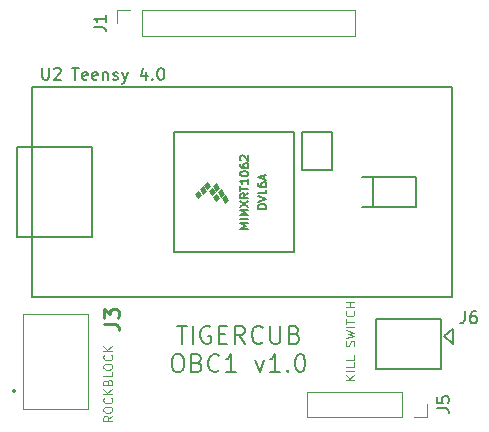
<source format=gbr>
%TF.GenerationSoftware,KiCad,Pcbnew,7.0.10*%
%TF.CreationDate,2024-03-12T14:45:01-04:00*%
%TF.ProjectId,obc,6f62632e-6b69-4636-9164-5f7063625858,rev?*%
%TF.SameCoordinates,Original*%
%TF.FileFunction,Legend,Top*%
%TF.FilePolarity,Positive*%
%FSLAX46Y46*%
G04 Gerber Fmt 4.6, Leading zero omitted, Abs format (unit mm)*
G04 Created by KiCad (PCBNEW 7.0.10) date 2024-03-12 14:45:01*
%MOMM*%
%LPD*%
G01*
G04 APERTURE LIST*
%ADD10C,0.100000*%
%ADD11C,0.200000*%
%ADD12C,0.150000*%
%ADD13C,0.254000*%
%ADD14C,0.120000*%
%ADD15C,0.127000*%
G04 APERTURE END LIST*
D10*
X60503014Y-85277068D02*
X60145871Y-85527068D01*
X60503014Y-85705639D02*
X59753014Y-85705639D01*
X59753014Y-85705639D02*
X59753014Y-85419925D01*
X59753014Y-85419925D02*
X59788728Y-85348496D01*
X59788728Y-85348496D02*
X59824442Y-85312782D01*
X59824442Y-85312782D02*
X59895871Y-85277068D01*
X59895871Y-85277068D02*
X60003014Y-85277068D01*
X60003014Y-85277068D02*
X60074442Y-85312782D01*
X60074442Y-85312782D02*
X60110157Y-85348496D01*
X60110157Y-85348496D02*
X60145871Y-85419925D01*
X60145871Y-85419925D02*
X60145871Y-85705639D01*
X59753014Y-84812782D02*
X59753014Y-84669925D01*
X59753014Y-84669925D02*
X59788728Y-84598496D01*
X59788728Y-84598496D02*
X59860157Y-84527068D01*
X59860157Y-84527068D02*
X60003014Y-84491353D01*
X60003014Y-84491353D02*
X60253014Y-84491353D01*
X60253014Y-84491353D02*
X60395871Y-84527068D01*
X60395871Y-84527068D02*
X60467300Y-84598496D01*
X60467300Y-84598496D02*
X60503014Y-84669925D01*
X60503014Y-84669925D02*
X60503014Y-84812782D01*
X60503014Y-84812782D02*
X60467300Y-84884211D01*
X60467300Y-84884211D02*
X60395871Y-84955639D01*
X60395871Y-84955639D02*
X60253014Y-84991353D01*
X60253014Y-84991353D02*
X60003014Y-84991353D01*
X60003014Y-84991353D02*
X59860157Y-84955639D01*
X59860157Y-84955639D02*
X59788728Y-84884211D01*
X59788728Y-84884211D02*
X59753014Y-84812782D01*
X60431585Y-83741354D02*
X60467300Y-83777068D01*
X60467300Y-83777068D02*
X60503014Y-83884211D01*
X60503014Y-83884211D02*
X60503014Y-83955639D01*
X60503014Y-83955639D02*
X60467300Y-84062782D01*
X60467300Y-84062782D02*
X60395871Y-84134211D01*
X60395871Y-84134211D02*
X60324442Y-84169925D01*
X60324442Y-84169925D02*
X60181585Y-84205639D01*
X60181585Y-84205639D02*
X60074442Y-84205639D01*
X60074442Y-84205639D02*
X59931585Y-84169925D01*
X59931585Y-84169925D02*
X59860157Y-84134211D01*
X59860157Y-84134211D02*
X59788728Y-84062782D01*
X59788728Y-84062782D02*
X59753014Y-83955639D01*
X59753014Y-83955639D02*
X59753014Y-83884211D01*
X59753014Y-83884211D02*
X59788728Y-83777068D01*
X59788728Y-83777068D02*
X59824442Y-83741354D01*
X60503014Y-83419925D02*
X59753014Y-83419925D01*
X60503014Y-82991354D02*
X60074442Y-83312782D01*
X59753014Y-82991354D02*
X60181585Y-83419925D01*
X60110157Y-82419925D02*
X60145871Y-82312782D01*
X60145871Y-82312782D02*
X60181585Y-82277068D01*
X60181585Y-82277068D02*
X60253014Y-82241354D01*
X60253014Y-82241354D02*
X60360157Y-82241354D01*
X60360157Y-82241354D02*
X60431585Y-82277068D01*
X60431585Y-82277068D02*
X60467300Y-82312782D01*
X60467300Y-82312782D02*
X60503014Y-82384211D01*
X60503014Y-82384211D02*
X60503014Y-82669925D01*
X60503014Y-82669925D02*
X59753014Y-82669925D01*
X59753014Y-82669925D02*
X59753014Y-82419925D01*
X59753014Y-82419925D02*
X59788728Y-82348497D01*
X59788728Y-82348497D02*
X59824442Y-82312782D01*
X59824442Y-82312782D02*
X59895871Y-82277068D01*
X59895871Y-82277068D02*
X59967300Y-82277068D01*
X59967300Y-82277068D02*
X60038728Y-82312782D01*
X60038728Y-82312782D02*
X60074442Y-82348497D01*
X60074442Y-82348497D02*
X60110157Y-82419925D01*
X60110157Y-82419925D02*
X60110157Y-82669925D01*
X60503014Y-81562782D02*
X60503014Y-81919925D01*
X60503014Y-81919925D02*
X59753014Y-81919925D01*
X59753014Y-81169925D02*
X59753014Y-81027068D01*
X59753014Y-81027068D02*
X59788728Y-80955639D01*
X59788728Y-80955639D02*
X59860157Y-80884211D01*
X59860157Y-80884211D02*
X60003014Y-80848496D01*
X60003014Y-80848496D02*
X60253014Y-80848496D01*
X60253014Y-80848496D02*
X60395871Y-80884211D01*
X60395871Y-80884211D02*
X60467300Y-80955639D01*
X60467300Y-80955639D02*
X60503014Y-81027068D01*
X60503014Y-81027068D02*
X60503014Y-81169925D01*
X60503014Y-81169925D02*
X60467300Y-81241354D01*
X60467300Y-81241354D02*
X60395871Y-81312782D01*
X60395871Y-81312782D02*
X60253014Y-81348496D01*
X60253014Y-81348496D02*
X60003014Y-81348496D01*
X60003014Y-81348496D02*
X59860157Y-81312782D01*
X59860157Y-81312782D02*
X59788728Y-81241354D01*
X59788728Y-81241354D02*
X59753014Y-81169925D01*
X60431585Y-80098497D02*
X60467300Y-80134211D01*
X60467300Y-80134211D02*
X60503014Y-80241354D01*
X60503014Y-80241354D02*
X60503014Y-80312782D01*
X60503014Y-80312782D02*
X60467300Y-80419925D01*
X60467300Y-80419925D02*
X60395871Y-80491354D01*
X60395871Y-80491354D02*
X60324442Y-80527068D01*
X60324442Y-80527068D02*
X60181585Y-80562782D01*
X60181585Y-80562782D02*
X60074442Y-80562782D01*
X60074442Y-80562782D02*
X59931585Y-80527068D01*
X59931585Y-80527068D02*
X59860157Y-80491354D01*
X59860157Y-80491354D02*
X59788728Y-80419925D01*
X59788728Y-80419925D02*
X59753014Y-80312782D01*
X59753014Y-80312782D02*
X59753014Y-80241354D01*
X59753014Y-80241354D02*
X59788728Y-80134211D01*
X59788728Y-80134211D02*
X59824442Y-80098497D01*
X60503014Y-79777068D02*
X59753014Y-79777068D01*
X60503014Y-79348497D02*
X60074442Y-79669925D01*
X59753014Y-79348497D02*
X60181585Y-79777068D01*
D11*
X65950000Y-77641028D02*
X66807143Y-77641028D01*
X66378571Y-79141028D02*
X66378571Y-77641028D01*
X67307142Y-79141028D02*
X67307142Y-77641028D01*
X68807143Y-77712457D02*
X68664286Y-77641028D01*
X68664286Y-77641028D02*
X68450000Y-77641028D01*
X68450000Y-77641028D02*
X68235714Y-77712457D01*
X68235714Y-77712457D02*
X68092857Y-77855314D01*
X68092857Y-77855314D02*
X68021428Y-77998171D01*
X68021428Y-77998171D02*
X67950000Y-78283885D01*
X67950000Y-78283885D02*
X67950000Y-78498171D01*
X67950000Y-78498171D02*
X68021428Y-78783885D01*
X68021428Y-78783885D02*
X68092857Y-78926742D01*
X68092857Y-78926742D02*
X68235714Y-79069600D01*
X68235714Y-79069600D02*
X68450000Y-79141028D01*
X68450000Y-79141028D02*
X68592857Y-79141028D01*
X68592857Y-79141028D02*
X68807143Y-79069600D01*
X68807143Y-79069600D02*
X68878571Y-78998171D01*
X68878571Y-78998171D02*
X68878571Y-78498171D01*
X68878571Y-78498171D02*
X68592857Y-78498171D01*
X69521428Y-78355314D02*
X70021428Y-78355314D01*
X70235714Y-79141028D02*
X69521428Y-79141028D01*
X69521428Y-79141028D02*
X69521428Y-77641028D01*
X69521428Y-77641028D02*
X70235714Y-77641028D01*
X71735714Y-79141028D02*
X71235714Y-78426742D01*
X70878571Y-79141028D02*
X70878571Y-77641028D01*
X70878571Y-77641028D02*
X71450000Y-77641028D01*
X71450000Y-77641028D02*
X71592857Y-77712457D01*
X71592857Y-77712457D02*
X71664286Y-77783885D01*
X71664286Y-77783885D02*
X71735714Y-77926742D01*
X71735714Y-77926742D02*
X71735714Y-78141028D01*
X71735714Y-78141028D02*
X71664286Y-78283885D01*
X71664286Y-78283885D02*
X71592857Y-78355314D01*
X71592857Y-78355314D02*
X71450000Y-78426742D01*
X71450000Y-78426742D02*
X70878571Y-78426742D01*
X73235714Y-78998171D02*
X73164286Y-79069600D01*
X73164286Y-79069600D02*
X72950000Y-79141028D01*
X72950000Y-79141028D02*
X72807143Y-79141028D01*
X72807143Y-79141028D02*
X72592857Y-79069600D01*
X72592857Y-79069600D02*
X72450000Y-78926742D01*
X72450000Y-78926742D02*
X72378571Y-78783885D01*
X72378571Y-78783885D02*
X72307143Y-78498171D01*
X72307143Y-78498171D02*
X72307143Y-78283885D01*
X72307143Y-78283885D02*
X72378571Y-77998171D01*
X72378571Y-77998171D02*
X72450000Y-77855314D01*
X72450000Y-77855314D02*
X72592857Y-77712457D01*
X72592857Y-77712457D02*
X72807143Y-77641028D01*
X72807143Y-77641028D02*
X72950000Y-77641028D01*
X72950000Y-77641028D02*
X73164286Y-77712457D01*
X73164286Y-77712457D02*
X73235714Y-77783885D01*
X73878571Y-77641028D02*
X73878571Y-78855314D01*
X73878571Y-78855314D02*
X73950000Y-78998171D01*
X73950000Y-78998171D02*
X74021429Y-79069600D01*
X74021429Y-79069600D02*
X74164286Y-79141028D01*
X74164286Y-79141028D02*
X74450000Y-79141028D01*
X74450000Y-79141028D02*
X74592857Y-79069600D01*
X74592857Y-79069600D02*
X74664286Y-78998171D01*
X74664286Y-78998171D02*
X74735714Y-78855314D01*
X74735714Y-78855314D02*
X74735714Y-77641028D01*
X75950000Y-78355314D02*
X76164286Y-78426742D01*
X76164286Y-78426742D02*
X76235715Y-78498171D01*
X76235715Y-78498171D02*
X76307143Y-78641028D01*
X76307143Y-78641028D02*
X76307143Y-78855314D01*
X76307143Y-78855314D02*
X76235715Y-78998171D01*
X76235715Y-78998171D02*
X76164286Y-79069600D01*
X76164286Y-79069600D02*
X76021429Y-79141028D01*
X76021429Y-79141028D02*
X75450000Y-79141028D01*
X75450000Y-79141028D02*
X75450000Y-77641028D01*
X75450000Y-77641028D02*
X75950000Y-77641028D01*
X75950000Y-77641028D02*
X76092858Y-77712457D01*
X76092858Y-77712457D02*
X76164286Y-77783885D01*
X76164286Y-77783885D02*
X76235715Y-77926742D01*
X76235715Y-77926742D02*
X76235715Y-78069600D01*
X76235715Y-78069600D02*
X76164286Y-78212457D01*
X76164286Y-78212457D02*
X76092858Y-78283885D01*
X76092858Y-78283885D02*
X75950000Y-78355314D01*
X75950000Y-78355314D02*
X75450000Y-78355314D01*
X65914286Y-80056028D02*
X66200000Y-80056028D01*
X66200000Y-80056028D02*
X66342857Y-80127457D01*
X66342857Y-80127457D02*
X66485714Y-80270314D01*
X66485714Y-80270314D02*
X66557143Y-80556028D01*
X66557143Y-80556028D02*
X66557143Y-81056028D01*
X66557143Y-81056028D02*
X66485714Y-81341742D01*
X66485714Y-81341742D02*
X66342857Y-81484600D01*
X66342857Y-81484600D02*
X66200000Y-81556028D01*
X66200000Y-81556028D02*
X65914286Y-81556028D01*
X65914286Y-81556028D02*
X65771429Y-81484600D01*
X65771429Y-81484600D02*
X65628571Y-81341742D01*
X65628571Y-81341742D02*
X65557143Y-81056028D01*
X65557143Y-81056028D02*
X65557143Y-80556028D01*
X65557143Y-80556028D02*
X65628571Y-80270314D01*
X65628571Y-80270314D02*
X65771429Y-80127457D01*
X65771429Y-80127457D02*
X65914286Y-80056028D01*
X67700000Y-80770314D02*
X67914286Y-80841742D01*
X67914286Y-80841742D02*
X67985715Y-80913171D01*
X67985715Y-80913171D02*
X68057143Y-81056028D01*
X68057143Y-81056028D02*
X68057143Y-81270314D01*
X68057143Y-81270314D02*
X67985715Y-81413171D01*
X67985715Y-81413171D02*
X67914286Y-81484600D01*
X67914286Y-81484600D02*
X67771429Y-81556028D01*
X67771429Y-81556028D02*
X67200000Y-81556028D01*
X67200000Y-81556028D02*
X67200000Y-80056028D01*
X67200000Y-80056028D02*
X67700000Y-80056028D01*
X67700000Y-80056028D02*
X67842858Y-80127457D01*
X67842858Y-80127457D02*
X67914286Y-80198885D01*
X67914286Y-80198885D02*
X67985715Y-80341742D01*
X67985715Y-80341742D02*
X67985715Y-80484600D01*
X67985715Y-80484600D02*
X67914286Y-80627457D01*
X67914286Y-80627457D02*
X67842858Y-80698885D01*
X67842858Y-80698885D02*
X67700000Y-80770314D01*
X67700000Y-80770314D02*
X67200000Y-80770314D01*
X69557143Y-81413171D02*
X69485715Y-81484600D01*
X69485715Y-81484600D02*
X69271429Y-81556028D01*
X69271429Y-81556028D02*
X69128572Y-81556028D01*
X69128572Y-81556028D02*
X68914286Y-81484600D01*
X68914286Y-81484600D02*
X68771429Y-81341742D01*
X68771429Y-81341742D02*
X68700000Y-81198885D01*
X68700000Y-81198885D02*
X68628572Y-80913171D01*
X68628572Y-80913171D02*
X68628572Y-80698885D01*
X68628572Y-80698885D02*
X68700000Y-80413171D01*
X68700000Y-80413171D02*
X68771429Y-80270314D01*
X68771429Y-80270314D02*
X68914286Y-80127457D01*
X68914286Y-80127457D02*
X69128572Y-80056028D01*
X69128572Y-80056028D02*
X69271429Y-80056028D01*
X69271429Y-80056028D02*
X69485715Y-80127457D01*
X69485715Y-80127457D02*
X69557143Y-80198885D01*
X70985715Y-81556028D02*
X70128572Y-81556028D01*
X70557143Y-81556028D02*
X70557143Y-80056028D01*
X70557143Y-80056028D02*
X70414286Y-80270314D01*
X70414286Y-80270314D02*
X70271429Y-80413171D01*
X70271429Y-80413171D02*
X70128572Y-80484600D01*
X72628571Y-80556028D02*
X72985714Y-81556028D01*
X72985714Y-81556028D02*
X73342857Y-80556028D01*
X74700000Y-81556028D02*
X73842857Y-81556028D01*
X74271428Y-81556028D02*
X74271428Y-80056028D01*
X74271428Y-80056028D02*
X74128571Y-80270314D01*
X74128571Y-80270314D02*
X73985714Y-80413171D01*
X73985714Y-80413171D02*
X73842857Y-80484600D01*
X75342856Y-81413171D02*
X75414285Y-81484600D01*
X75414285Y-81484600D02*
X75342856Y-81556028D01*
X75342856Y-81556028D02*
X75271428Y-81484600D01*
X75271428Y-81484600D02*
X75342856Y-81413171D01*
X75342856Y-81413171D02*
X75342856Y-81556028D01*
X76342857Y-80056028D02*
X76485714Y-80056028D01*
X76485714Y-80056028D02*
X76628571Y-80127457D01*
X76628571Y-80127457D02*
X76700000Y-80198885D01*
X76700000Y-80198885D02*
X76771428Y-80341742D01*
X76771428Y-80341742D02*
X76842857Y-80627457D01*
X76842857Y-80627457D02*
X76842857Y-80984600D01*
X76842857Y-80984600D02*
X76771428Y-81270314D01*
X76771428Y-81270314D02*
X76700000Y-81413171D01*
X76700000Y-81413171D02*
X76628571Y-81484600D01*
X76628571Y-81484600D02*
X76485714Y-81556028D01*
X76485714Y-81556028D02*
X76342857Y-81556028D01*
X76342857Y-81556028D02*
X76200000Y-81484600D01*
X76200000Y-81484600D02*
X76128571Y-81413171D01*
X76128571Y-81413171D02*
X76057142Y-81270314D01*
X76057142Y-81270314D02*
X75985714Y-80984600D01*
X75985714Y-80984600D02*
X75985714Y-80627457D01*
X75985714Y-80627457D02*
X76057142Y-80341742D01*
X76057142Y-80341742D02*
X76128571Y-80198885D01*
X76128571Y-80198885D02*
X76200000Y-80127457D01*
X76200000Y-80127457D02*
X76342857Y-80056028D01*
D12*
X57093922Y-55819819D02*
X57665350Y-55819819D01*
X57379636Y-56819819D02*
X57379636Y-55819819D01*
X58379636Y-56772200D02*
X58284398Y-56819819D01*
X58284398Y-56819819D02*
X58093922Y-56819819D01*
X58093922Y-56819819D02*
X57998684Y-56772200D01*
X57998684Y-56772200D02*
X57951065Y-56676961D01*
X57951065Y-56676961D02*
X57951065Y-56296009D01*
X57951065Y-56296009D02*
X57998684Y-56200771D01*
X57998684Y-56200771D02*
X58093922Y-56153152D01*
X58093922Y-56153152D02*
X58284398Y-56153152D01*
X58284398Y-56153152D02*
X58379636Y-56200771D01*
X58379636Y-56200771D02*
X58427255Y-56296009D01*
X58427255Y-56296009D02*
X58427255Y-56391247D01*
X58427255Y-56391247D02*
X57951065Y-56486485D01*
X59236779Y-56772200D02*
X59141541Y-56819819D01*
X59141541Y-56819819D02*
X58951065Y-56819819D01*
X58951065Y-56819819D02*
X58855827Y-56772200D01*
X58855827Y-56772200D02*
X58808208Y-56676961D01*
X58808208Y-56676961D02*
X58808208Y-56296009D01*
X58808208Y-56296009D02*
X58855827Y-56200771D01*
X58855827Y-56200771D02*
X58951065Y-56153152D01*
X58951065Y-56153152D02*
X59141541Y-56153152D01*
X59141541Y-56153152D02*
X59236779Y-56200771D01*
X59236779Y-56200771D02*
X59284398Y-56296009D01*
X59284398Y-56296009D02*
X59284398Y-56391247D01*
X59284398Y-56391247D02*
X58808208Y-56486485D01*
X59712970Y-56153152D02*
X59712970Y-56819819D01*
X59712970Y-56248390D02*
X59760589Y-56200771D01*
X59760589Y-56200771D02*
X59855827Y-56153152D01*
X59855827Y-56153152D02*
X59998684Y-56153152D01*
X59998684Y-56153152D02*
X60093922Y-56200771D01*
X60093922Y-56200771D02*
X60141541Y-56296009D01*
X60141541Y-56296009D02*
X60141541Y-56819819D01*
X60570113Y-56772200D02*
X60665351Y-56819819D01*
X60665351Y-56819819D02*
X60855827Y-56819819D01*
X60855827Y-56819819D02*
X60951065Y-56772200D01*
X60951065Y-56772200D02*
X60998684Y-56676961D01*
X60998684Y-56676961D02*
X60998684Y-56629342D01*
X60998684Y-56629342D02*
X60951065Y-56534104D01*
X60951065Y-56534104D02*
X60855827Y-56486485D01*
X60855827Y-56486485D02*
X60712970Y-56486485D01*
X60712970Y-56486485D02*
X60617732Y-56438866D01*
X60617732Y-56438866D02*
X60570113Y-56343628D01*
X60570113Y-56343628D02*
X60570113Y-56296009D01*
X60570113Y-56296009D02*
X60617732Y-56200771D01*
X60617732Y-56200771D02*
X60712970Y-56153152D01*
X60712970Y-56153152D02*
X60855827Y-56153152D01*
X60855827Y-56153152D02*
X60951065Y-56200771D01*
X61332018Y-56153152D02*
X61570113Y-56819819D01*
X61808208Y-56153152D02*
X61570113Y-56819819D01*
X61570113Y-56819819D02*
X61474875Y-57057914D01*
X61474875Y-57057914D02*
X61427256Y-57105533D01*
X61427256Y-57105533D02*
X61332018Y-57153152D01*
X63379637Y-56153152D02*
X63379637Y-56819819D01*
X63141542Y-55772200D02*
X62903447Y-56486485D01*
X62903447Y-56486485D02*
X63522494Y-56486485D01*
X63903447Y-56724580D02*
X63951066Y-56772200D01*
X63951066Y-56772200D02*
X63903447Y-56819819D01*
X63903447Y-56819819D02*
X63855828Y-56772200D01*
X63855828Y-56772200D02*
X63903447Y-56724580D01*
X63903447Y-56724580D02*
X63903447Y-56819819D01*
X64570113Y-55819819D02*
X64665351Y-55819819D01*
X64665351Y-55819819D02*
X64760589Y-55867438D01*
X64760589Y-55867438D02*
X64808208Y-55915057D01*
X64808208Y-55915057D02*
X64855827Y-56010295D01*
X64855827Y-56010295D02*
X64903446Y-56200771D01*
X64903446Y-56200771D02*
X64903446Y-56438866D01*
X64903446Y-56438866D02*
X64855827Y-56629342D01*
X64855827Y-56629342D02*
X64808208Y-56724580D01*
X64808208Y-56724580D02*
X64760589Y-56772200D01*
X64760589Y-56772200D02*
X64665351Y-56819819D01*
X64665351Y-56819819D02*
X64570113Y-56819819D01*
X64570113Y-56819819D02*
X64474875Y-56772200D01*
X64474875Y-56772200D02*
X64427256Y-56724580D01*
X64427256Y-56724580D02*
X64379637Y-56629342D01*
X64379637Y-56629342D02*
X64332018Y-56438866D01*
X64332018Y-56438866D02*
X64332018Y-56200771D01*
X64332018Y-56200771D02*
X64379637Y-56010295D01*
X64379637Y-56010295D02*
X64427256Y-55915057D01*
X64427256Y-55915057D02*
X64474875Y-55867438D01*
X64474875Y-55867438D02*
X64570113Y-55819819D01*
D10*
X81003014Y-82205639D02*
X80253014Y-82205639D01*
X81003014Y-81777068D02*
X80574442Y-82098496D01*
X80253014Y-81777068D02*
X80681585Y-82205639D01*
X81003014Y-81455639D02*
X80253014Y-81455639D01*
X81003014Y-80741353D02*
X81003014Y-81098496D01*
X81003014Y-81098496D02*
X80253014Y-81098496D01*
X81003014Y-80134210D02*
X81003014Y-80491353D01*
X81003014Y-80491353D02*
X80253014Y-80491353D01*
X80967300Y-79348495D02*
X81003014Y-79241353D01*
X81003014Y-79241353D02*
X81003014Y-79062781D01*
X81003014Y-79062781D02*
X80967300Y-78991353D01*
X80967300Y-78991353D02*
X80931585Y-78955638D01*
X80931585Y-78955638D02*
X80860157Y-78919924D01*
X80860157Y-78919924D02*
X80788728Y-78919924D01*
X80788728Y-78919924D02*
X80717300Y-78955638D01*
X80717300Y-78955638D02*
X80681585Y-78991353D01*
X80681585Y-78991353D02*
X80645871Y-79062781D01*
X80645871Y-79062781D02*
X80610157Y-79205638D01*
X80610157Y-79205638D02*
X80574442Y-79277067D01*
X80574442Y-79277067D02*
X80538728Y-79312781D01*
X80538728Y-79312781D02*
X80467300Y-79348495D01*
X80467300Y-79348495D02*
X80395871Y-79348495D01*
X80395871Y-79348495D02*
X80324442Y-79312781D01*
X80324442Y-79312781D02*
X80288728Y-79277067D01*
X80288728Y-79277067D02*
X80253014Y-79205638D01*
X80253014Y-79205638D02*
X80253014Y-79027067D01*
X80253014Y-79027067D02*
X80288728Y-78919924D01*
X80253014Y-78669924D02*
X81003014Y-78491352D01*
X81003014Y-78491352D02*
X80467300Y-78348495D01*
X80467300Y-78348495D02*
X81003014Y-78205638D01*
X81003014Y-78205638D02*
X80253014Y-78027067D01*
X81003014Y-77741352D02*
X80253014Y-77741352D01*
X80253014Y-77491352D02*
X80253014Y-77062781D01*
X81003014Y-77277066D02*
X80253014Y-77277066D01*
X80931585Y-76384209D02*
X80967300Y-76419923D01*
X80967300Y-76419923D02*
X81003014Y-76527066D01*
X81003014Y-76527066D02*
X81003014Y-76598494D01*
X81003014Y-76598494D02*
X80967300Y-76705637D01*
X80967300Y-76705637D02*
X80895871Y-76777066D01*
X80895871Y-76777066D02*
X80824442Y-76812780D01*
X80824442Y-76812780D02*
X80681585Y-76848494D01*
X80681585Y-76848494D02*
X80574442Y-76848494D01*
X80574442Y-76848494D02*
X80431585Y-76812780D01*
X80431585Y-76812780D02*
X80360157Y-76777066D01*
X80360157Y-76777066D02*
X80288728Y-76705637D01*
X80288728Y-76705637D02*
X80253014Y-76598494D01*
X80253014Y-76598494D02*
X80253014Y-76527066D01*
X80253014Y-76527066D02*
X80288728Y-76419923D01*
X80288728Y-76419923D02*
X80324442Y-76384209D01*
X81003014Y-76062780D02*
X80253014Y-76062780D01*
X80610157Y-76062780D02*
X80610157Y-75634209D01*
X81003014Y-75634209D02*
X80253014Y-75634209D01*
D12*
X58954819Y-52333333D02*
X59669104Y-52333333D01*
X59669104Y-52333333D02*
X59811961Y-52380952D01*
X59811961Y-52380952D02*
X59907200Y-52476190D01*
X59907200Y-52476190D02*
X59954819Y-52619047D01*
X59954819Y-52619047D02*
X59954819Y-52714285D01*
X59954819Y-51333333D02*
X59954819Y-51904761D01*
X59954819Y-51619047D02*
X58954819Y-51619047D01*
X58954819Y-51619047D02*
X59097676Y-51714285D01*
X59097676Y-51714285D02*
X59192914Y-51809523D01*
X59192914Y-51809523D02*
X59240533Y-51904761D01*
D13*
X59804318Y-77473332D02*
X60711461Y-77473332D01*
X60711461Y-77473332D02*
X60892889Y-77533809D01*
X60892889Y-77533809D02*
X61013842Y-77654761D01*
X61013842Y-77654761D02*
X61074318Y-77836190D01*
X61074318Y-77836190D02*
X61074318Y-77957142D01*
X59804318Y-76989523D02*
X59804318Y-76203332D01*
X59804318Y-76203332D02*
X60288127Y-76626666D01*
X60288127Y-76626666D02*
X60288127Y-76445237D01*
X60288127Y-76445237D02*
X60348603Y-76324285D01*
X60348603Y-76324285D02*
X60409080Y-76263809D01*
X60409080Y-76263809D02*
X60530032Y-76203332D01*
X60530032Y-76203332D02*
X60832413Y-76203332D01*
X60832413Y-76203332D02*
X60953365Y-76263809D01*
X60953365Y-76263809D02*
X61013842Y-76324285D01*
X61013842Y-76324285D02*
X61074318Y-76445237D01*
X61074318Y-76445237D02*
X61074318Y-76808094D01*
X61074318Y-76808094D02*
X61013842Y-76929047D01*
X61013842Y-76929047D02*
X60953365Y-76989523D01*
D12*
X88004819Y-84608333D02*
X88719104Y-84608333D01*
X88719104Y-84608333D02*
X88861961Y-84655952D01*
X88861961Y-84655952D02*
X88957200Y-84751190D01*
X88957200Y-84751190D02*
X89004819Y-84894047D01*
X89004819Y-84894047D02*
X89004819Y-84989285D01*
X88004819Y-83655952D02*
X88004819Y-84132142D01*
X88004819Y-84132142D02*
X88481009Y-84179761D01*
X88481009Y-84179761D02*
X88433390Y-84132142D01*
X88433390Y-84132142D02*
X88385771Y-84036904D01*
X88385771Y-84036904D02*
X88385771Y-83798809D01*
X88385771Y-83798809D02*
X88433390Y-83703571D01*
X88433390Y-83703571D02*
X88481009Y-83655952D01*
X88481009Y-83655952D02*
X88576247Y-83608333D01*
X88576247Y-83608333D02*
X88814342Y-83608333D01*
X88814342Y-83608333D02*
X88909580Y-83655952D01*
X88909580Y-83655952D02*
X88957200Y-83703571D01*
X88957200Y-83703571D02*
X89004819Y-83798809D01*
X89004819Y-83798809D02*
X89004819Y-84036904D01*
X89004819Y-84036904D02*
X88957200Y-84132142D01*
X88957200Y-84132142D02*
X88909580Y-84179761D01*
X90366666Y-76404819D02*
X90366666Y-77119104D01*
X90366666Y-77119104D02*
X90319047Y-77261961D01*
X90319047Y-77261961D02*
X90223809Y-77357200D01*
X90223809Y-77357200D02*
X90080952Y-77404819D01*
X90080952Y-77404819D02*
X89985714Y-77404819D01*
X91271428Y-76404819D02*
X91080952Y-76404819D01*
X91080952Y-76404819D02*
X90985714Y-76452438D01*
X90985714Y-76452438D02*
X90938095Y-76500057D01*
X90938095Y-76500057D02*
X90842857Y-76642914D01*
X90842857Y-76642914D02*
X90795238Y-76833390D01*
X90795238Y-76833390D02*
X90795238Y-77214342D01*
X90795238Y-77214342D02*
X90842857Y-77309580D01*
X90842857Y-77309580D02*
X90890476Y-77357200D01*
X90890476Y-77357200D02*
X90985714Y-77404819D01*
X90985714Y-77404819D02*
X91176190Y-77404819D01*
X91176190Y-77404819D02*
X91271428Y-77357200D01*
X91271428Y-77357200D02*
X91319047Y-77309580D01*
X91319047Y-77309580D02*
X91366666Y-77214342D01*
X91366666Y-77214342D02*
X91366666Y-76976247D01*
X91366666Y-76976247D02*
X91319047Y-76881009D01*
X91319047Y-76881009D02*
X91271428Y-76833390D01*
X91271428Y-76833390D02*
X91176190Y-76785771D01*
X91176190Y-76785771D02*
X90985714Y-76785771D01*
X90985714Y-76785771D02*
X90890476Y-76833390D01*
X90890476Y-76833390D02*
X90842857Y-76881009D01*
X90842857Y-76881009D02*
X90795238Y-76976247D01*
X54578095Y-55784819D02*
X54578095Y-56594342D01*
X54578095Y-56594342D02*
X54625714Y-56689580D01*
X54625714Y-56689580D02*
X54673333Y-56737200D01*
X54673333Y-56737200D02*
X54768571Y-56784819D01*
X54768571Y-56784819D02*
X54959047Y-56784819D01*
X54959047Y-56784819D02*
X55054285Y-56737200D01*
X55054285Y-56737200D02*
X55101904Y-56689580D01*
X55101904Y-56689580D02*
X55149523Y-56594342D01*
X55149523Y-56594342D02*
X55149523Y-55784819D01*
X55578095Y-55880057D02*
X55625714Y-55832438D01*
X55625714Y-55832438D02*
X55720952Y-55784819D01*
X55720952Y-55784819D02*
X55959047Y-55784819D01*
X55959047Y-55784819D02*
X56054285Y-55832438D01*
X56054285Y-55832438D02*
X56101904Y-55880057D01*
X56101904Y-55880057D02*
X56149523Y-55975295D01*
X56149523Y-55975295D02*
X56149523Y-56070533D01*
X56149523Y-56070533D02*
X56101904Y-56213390D01*
X56101904Y-56213390D02*
X55530476Y-56784819D01*
X55530476Y-56784819D02*
X56149523Y-56784819D01*
X72020033Y-69413333D02*
X71320033Y-69413333D01*
X71320033Y-69413333D02*
X71820033Y-69180000D01*
X71820033Y-69180000D02*
X71320033Y-68946666D01*
X71320033Y-68946666D02*
X72020033Y-68946666D01*
X72020033Y-68613333D02*
X71320033Y-68613333D01*
X72020033Y-68280000D02*
X71320033Y-68280000D01*
X71320033Y-68280000D02*
X71820033Y-68046667D01*
X71820033Y-68046667D02*
X71320033Y-67813333D01*
X71320033Y-67813333D02*
X72020033Y-67813333D01*
X71320033Y-67546667D02*
X72020033Y-67080000D01*
X71320033Y-67080000D02*
X72020033Y-67546667D01*
X72020033Y-66413333D02*
X71686700Y-66646666D01*
X72020033Y-66813333D02*
X71320033Y-66813333D01*
X71320033Y-66813333D02*
X71320033Y-66546666D01*
X71320033Y-66546666D02*
X71353366Y-66480000D01*
X71353366Y-66480000D02*
X71386700Y-66446666D01*
X71386700Y-66446666D02*
X71453366Y-66413333D01*
X71453366Y-66413333D02*
X71553366Y-66413333D01*
X71553366Y-66413333D02*
X71620033Y-66446666D01*
X71620033Y-66446666D02*
X71653366Y-66480000D01*
X71653366Y-66480000D02*
X71686700Y-66546666D01*
X71686700Y-66546666D02*
X71686700Y-66813333D01*
X71320033Y-66213333D02*
X71320033Y-65813333D01*
X72020033Y-66013333D02*
X71320033Y-66013333D01*
X72020033Y-65213333D02*
X72020033Y-65613333D01*
X72020033Y-65413333D02*
X71320033Y-65413333D01*
X71320033Y-65413333D02*
X71420033Y-65480000D01*
X71420033Y-65480000D02*
X71486700Y-65546667D01*
X71486700Y-65546667D02*
X71520033Y-65613333D01*
X71320033Y-64780000D02*
X71320033Y-64713333D01*
X71320033Y-64713333D02*
X71353366Y-64646666D01*
X71353366Y-64646666D02*
X71386700Y-64613333D01*
X71386700Y-64613333D02*
X71453366Y-64580000D01*
X71453366Y-64580000D02*
X71586700Y-64546666D01*
X71586700Y-64546666D02*
X71753366Y-64546666D01*
X71753366Y-64546666D02*
X71886700Y-64580000D01*
X71886700Y-64580000D02*
X71953366Y-64613333D01*
X71953366Y-64613333D02*
X71986700Y-64646666D01*
X71986700Y-64646666D02*
X72020033Y-64713333D01*
X72020033Y-64713333D02*
X72020033Y-64780000D01*
X72020033Y-64780000D02*
X71986700Y-64846666D01*
X71986700Y-64846666D02*
X71953366Y-64880000D01*
X71953366Y-64880000D02*
X71886700Y-64913333D01*
X71886700Y-64913333D02*
X71753366Y-64946666D01*
X71753366Y-64946666D02*
X71586700Y-64946666D01*
X71586700Y-64946666D02*
X71453366Y-64913333D01*
X71453366Y-64913333D02*
X71386700Y-64880000D01*
X71386700Y-64880000D02*
X71353366Y-64846666D01*
X71353366Y-64846666D02*
X71320033Y-64780000D01*
X71320033Y-63946666D02*
X71320033Y-64079999D01*
X71320033Y-64079999D02*
X71353366Y-64146666D01*
X71353366Y-64146666D02*
X71386700Y-64179999D01*
X71386700Y-64179999D02*
X71486700Y-64246666D01*
X71486700Y-64246666D02*
X71620033Y-64279999D01*
X71620033Y-64279999D02*
X71886700Y-64279999D01*
X71886700Y-64279999D02*
X71953366Y-64246666D01*
X71953366Y-64246666D02*
X71986700Y-64213333D01*
X71986700Y-64213333D02*
X72020033Y-64146666D01*
X72020033Y-64146666D02*
X72020033Y-64013333D01*
X72020033Y-64013333D02*
X71986700Y-63946666D01*
X71986700Y-63946666D02*
X71953366Y-63913333D01*
X71953366Y-63913333D02*
X71886700Y-63879999D01*
X71886700Y-63879999D02*
X71720033Y-63879999D01*
X71720033Y-63879999D02*
X71653366Y-63913333D01*
X71653366Y-63913333D02*
X71620033Y-63946666D01*
X71620033Y-63946666D02*
X71586700Y-64013333D01*
X71586700Y-64013333D02*
X71586700Y-64146666D01*
X71586700Y-64146666D02*
X71620033Y-64213333D01*
X71620033Y-64213333D02*
X71653366Y-64246666D01*
X71653366Y-64246666D02*
X71720033Y-64279999D01*
X71386700Y-63613332D02*
X71353366Y-63579999D01*
X71353366Y-63579999D02*
X71320033Y-63513332D01*
X71320033Y-63513332D02*
X71320033Y-63346666D01*
X71320033Y-63346666D02*
X71353366Y-63279999D01*
X71353366Y-63279999D02*
X71386700Y-63246666D01*
X71386700Y-63246666D02*
X71453366Y-63213332D01*
X71453366Y-63213332D02*
X71520033Y-63213332D01*
X71520033Y-63213332D02*
X71620033Y-63246666D01*
X71620033Y-63246666D02*
X72020033Y-63646666D01*
X72020033Y-63646666D02*
X72020033Y-63213332D01*
X73544033Y-67730000D02*
X72844033Y-67730000D01*
X72844033Y-67730000D02*
X72844033Y-67563333D01*
X72844033Y-67563333D02*
X72877366Y-67463333D01*
X72877366Y-67463333D02*
X72944033Y-67396667D01*
X72944033Y-67396667D02*
X73010700Y-67363333D01*
X73010700Y-67363333D02*
X73144033Y-67330000D01*
X73144033Y-67330000D02*
X73244033Y-67330000D01*
X73244033Y-67330000D02*
X73377366Y-67363333D01*
X73377366Y-67363333D02*
X73444033Y-67396667D01*
X73444033Y-67396667D02*
X73510700Y-67463333D01*
X73510700Y-67463333D02*
X73544033Y-67563333D01*
X73544033Y-67563333D02*
X73544033Y-67730000D01*
X72844033Y-67130000D02*
X73544033Y-66896667D01*
X73544033Y-66896667D02*
X72844033Y-66663333D01*
X73544033Y-66096667D02*
X73544033Y-66430000D01*
X73544033Y-66430000D02*
X72844033Y-66430000D01*
X72844033Y-65563333D02*
X72844033Y-65696666D01*
X72844033Y-65696666D02*
X72877366Y-65763333D01*
X72877366Y-65763333D02*
X72910700Y-65796666D01*
X72910700Y-65796666D02*
X73010700Y-65863333D01*
X73010700Y-65863333D02*
X73144033Y-65896666D01*
X73144033Y-65896666D02*
X73410700Y-65896666D01*
X73410700Y-65896666D02*
X73477366Y-65863333D01*
X73477366Y-65863333D02*
X73510700Y-65830000D01*
X73510700Y-65830000D02*
X73544033Y-65763333D01*
X73544033Y-65763333D02*
X73544033Y-65630000D01*
X73544033Y-65630000D02*
X73510700Y-65563333D01*
X73510700Y-65563333D02*
X73477366Y-65530000D01*
X73477366Y-65530000D02*
X73410700Y-65496666D01*
X73410700Y-65496666D02*
X73244033Y-65496666D01*
X73244033Y-65496666D02*
X73177366Y-65530000D01*
X73177366Y-65530000D02*
X73144033Y-65563333D01*
X73144033Y-65563333D02*
X73110700Y-65630000D01*
X73110700Y-65630000D02*
X73110700Y-65763333D01*
X73110700Y-65763333D02*
X73144033Y-65830000D01*
X73144033Y-65830000D02*
X73177366Y-65863333D01*
X73177366Y-65863333D02*
X73244033Y-65896666D01*
X73344033Y-65229999D02*
X73344033Y-64896666D01*
X73544033Y-65296666D02*
X72844033Y-65063333D01*
X72844033Y-65063333D02*
X73544033Y-64829999D01*
D14*
%TO.C,J1*%
X63000000Y-53060000D02*
X81060000Y-53060000D01*
X63000000Y-53060000D02*
X63000000Y-50940000D01*
X81060000Y-53060000D02*
X81060000Y-50940000D01*
X60940000Y-52000000D02*
X60940000Y-50940000D01*
X60940000Y-50940000D02*
X62000000Y-50940000D01*
X63000000Y-50940000D02*
X81060000Y-50940000D01*
D10*
%TO.C,J3*%
X58435000Y-76660000D02*
X58435000Y-84660000D01*
X52935000Y-76660000D02*
X58435000Y-76660000D01*
D11*
X52185000Y-83060000D02*
X52185000Y-83060000D01*
X52185000Y-83260000D02*
X52185000Y-83260000D01*
D10*
X58435000Y-84660000D02*
X52935000Y-84660000D01*
X52935000Y-84660000D02*
X52935000Y-76660000D01*
D11*
X52185000Y-83260000D02*
G75*
G03*
X52185000Y-83060000I0J100000D01*
G01*
X52185000Y-83060000D02*
G75*
G03*
X52185000Y-83260000I0J-100000D01*
G01*
D14*
%TO.C,J5*%
X85050000Y-83215000D02*
X76990000Y-83215000D01*
X85050000Y-83215000D02*
X85050000Y-85335000D01*
X76990000Y-83215000D02*
X76990000Y-85335000D01*
X87110000Y-84275000D02*
X87110000Y-85335000D01*
X87110000Y-85335000D02*
X86050000Y-85335000D01*
X85050000Y-85335000D02*
X76990000Y-85335000D01*
D15*
%TO.C,J6*%
X88350000Y-77025004D02*
X82850001Y-77025004D01*
X82850001Y-77025004D02*
X82850001Y-81274996D01*
X89366000Y-77890001D02*
X88604000Y-78525001D01*
X88604000Y-78525001D02*
X89366000Y-79160001D01*
X89366000Y-79160001D02*
X89366000Y-77890001D01*
X88350000Y-81274996D02*
X88350000Y-77025004D01*
X82850001Y-81274996D02*
X88350000Y-81274996D01*
D12*
%TO.C,U2*%
X52400000Y-62520000D02*
X53670000Y-62520000D01*
X52400000Y-70140000D02*
X52400000Y-62520000D01*
X53670000Y-57440000D02*
X89230000Y-57440000D01*
X53670000Y-70140000D02*
X52400000Y-70140000D01*
X53670000Y-75220000D02*
X53670000Y-57440000D01*
X58750000Y-62520000D02*
X53670000Y-62520000D01*
X58750000Y-70140000D02*
X53670000Y-70140000D01*
X58750000Y-70140000D02*
X58750000Y-62520000D01*
X65735000Y-61250000D02*
X65735000Y-71410000D01*
X75895000Y-61250000D02*
X65735000Y-61250000D01*
X75895000Y-71410000D02*
X65735000Y-71410000D01*
X75895000Y-71410000D02*
X75895000Y-61250000D01*
X76530000Y-61250000D02*
X79070000Y-61250000D01*
X76530000Y-64425000D02*
X76530000Y-61250000D01*
X79070000Y-61250000D02*
X79070000Y-64425000D01*
X79070000Y-64425000D02*
X76530000Y-64425000D01*
X81610000Y-65060000D02*
X86182000Y-65060000D01*
X82610000Y-67600000D02*
X82610000Y-65060000D01*
X86182000Y-65060000D02*
X86182000Y-67600000D01*
X86182000Y-67600000D02*
X81610000Y-67600000D01*
X89230000Y-57440000D02*
X89230000Y-75220000D01*
X89230000Y-75220000D02*
X53670000Y-75220000D01*
D10*
X68021000Y-66584000D02*
X67767000Y-66838000D01*
X67513000Y-66457000D01*
X67767000Y-66203000D01*
X68021000Y-66584000D01*
G36*
X68021000Y-66584000D02*
G01*
X67767000Y-66838000D01*
X67513000Y-66457000D01*
X67767000Y-66203000D01*
X68021000Y-66584000D01*
G37*
X68402000Y-66203000D02*
X68148000Y-66457000D01*
X67894000Y-66076000D01*
X68148000Y-65822000D01*
X68402000Y-66203000D01*
G36*
X68402000Y-66203000D02*
G01*
X68148000Y-66457000D01*
X67894000Y-66076000D01*
X68148000Y-65822000D01*
X68402000Y-66203000D01*
G37*
X68783000Y-65822000D02*
X68529000Y-66076000D01*
X68275000Y-65695000D01*
X68529000Y-65441000D01*
X68783000Y-65822000D01*
G36*
X68783000Y-65822000D02*
G01*
X68529000Y-66076000D01*
X68275000Y-65695000D01*
X68529000Y-65441000D01*
X68783000Y-65822000D01*
G37*
X69164000Y-66330000D02*
X68910000Y-66584000D01*
X68656000Y-66203000D01*
X68910000Y-65949000D01*
X69164000Y-66330000D01*
G36*
X69164000Y-66330000D02*
G01*
X68910000Y-66584000D01*
X68656000Y-66203000D01*
X68910000Y-65949000D01*
X69164000Y-66330000D01*
G37*
X69545000Y-65949000D02*
X69291000Y-66203000D01*
X69037000Y-65822000D01*
X69291000Y-65568000D01*
X69545000Y-65949000D01*
G36*
X69545000Y-65949000D02*
G01*
X69291000Y-66203000D01*
X69037000Y-65822000D01*
X69291000Y-65568000D01*
X69545000Y-65949000D01*
G37*
X69545000Y-66838000D02*
X69291000Y-67092000D01*
X69037000Y-66711000D01*
X69291000Y-66457000D01*
X69545000Y-66838000D01*
G36*
X69545000Y-66838000D02*
G01*
X69291000Y-67092000D01*
X69037000Y-66711000D01*
X69291000Y-66457000D01*
X69545000Y-66838000D01*
G37*
X69926000Y-66457000D02*
X69672000Y-66711000D01*
X69418000Y-66330000D01*
X69672000Y-66076000D01*
X69926000Y-66457000D01*
G36*
X69926000Y-66457000D02*
G01*
X69672000Y-66711000D01*
X69418000Y-66330000D01*
X69672000Y-66076000D01*
X69926000Y-66457000D01*
G37*
X70307000Y-66965000D02*
X70053000Y-67219000D01*
X69799000Y-66838000D01*
X70053000Y-66584000D01*
X70307000Y-66965000D01*
G36*
X70307000Y-66965000D02*
G01*
X70053000Y-67219000D01*
X69799000Y-66838000D01*
X70053000Y-66584000D01*
X70307000Y-66965000D01*
G37*
%TD*%
M02*

</source>
